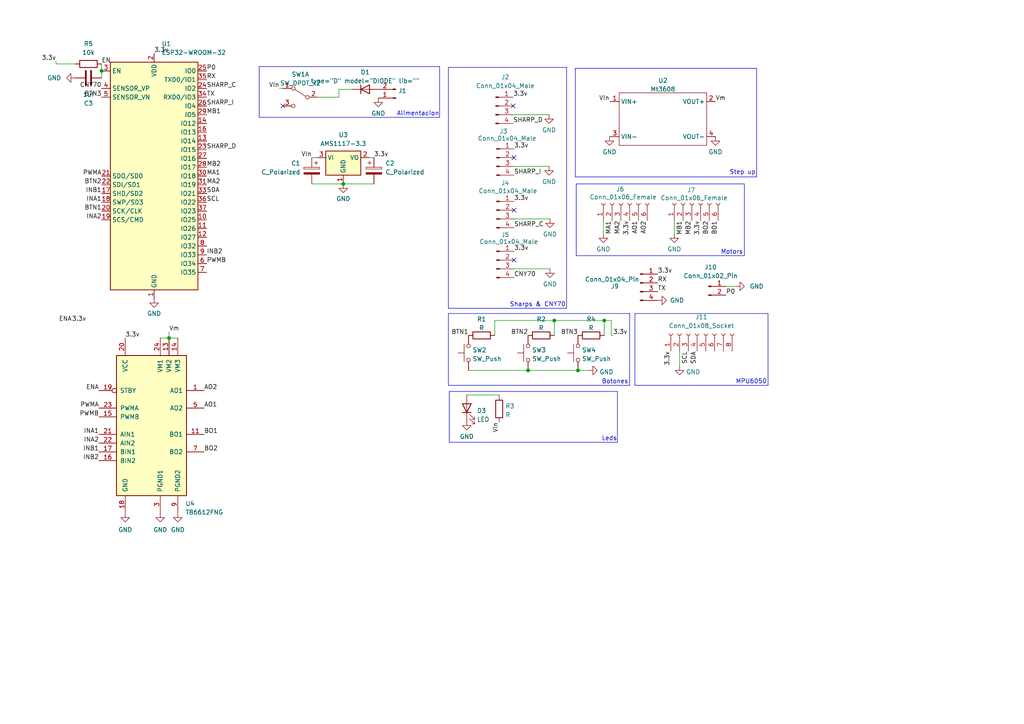
<source format=kicad_sch>
(kicad_sch (version 20230121) (generator eeschema)
  (paper "A4")
  (lib_symbols
    (symbol "Connector:Conn_01x02_Male" (pin_names (offset 1.016) hide)
      (property "Reference" "J" (at 0 2.54 0))
      (property "Value" "Conn_01x02_Male" (at 0 -5.08 0))
      (symbol "Conn_01x02_Male_1_1"
        (polyline (pts (xy 1.27 -2.54) (xy 0.8636 -2.54)) (stroke (width 0.1524)))
        (polyline (pts (xy 1.27 0) (xy 0.8636 0)) (stroke (width 0.1524)))
        (rectangle (start 0.8636 -2.413) (end 0 -2.667) (stroke (width 0.1524)) (fill (type outline)))
        (rectangle (start 0.8636 0.127) (end 0 -0.127) (stroke (width 0.1524)) (fill (type outline)))
        (pin passive line (at 5.08 0 180) (length 3.81) (name "Pin_1") (number "1"))
        (pin passive line (at 5.08 -2.54 180) (length 3.81) (name "Pin_2") (number "2"))
      )
    )
    (symbol "Connector:Conn_01x02_Pin" (pin_names (offset 1.016) hide)
      (property "Reference" "J" (at 0 2.54 0))
      (property "Value" "Conn_01x02_Pin" (at 0 -5.08 0))
      (symbol "Conn_01x02_Pin_1_1"
        (polyline (pts (xy 1.27 -2.54) (xy 0.8636 -2.54)) (stroke (width 0.1524)))
        (polyline (pts (xy 1.27 0) (xy 0.8636 0)) (stroke (width 0.1524)))
        (rectangle (start 0.8636 -2.413) (end 0 -2.667) (stroke (width 0.1524)) (fill (type outline)))
        (rectangle (start 0.8636 0.127) (end 0 -0.127) (stroke (width 0.1524)) (fill (type outline)))
        (pin passive line (at 5.08 0 180) (length 3.81) (name "Pin_1") (number "1"))
        (pin passive line (at 5.08 -2.54 180) (length 3.81) (name "Pin_2") (number "2"))
      )
    )
    (symbol "Connector:Conn_01x04_Male" (pin_names (offset 1.016) hide)
      (property "Reference" "J" (at 0 5.08 0))
      (property "Value" "Conn_01x04_Male" (at 0 -7.62 0))
      (symbol "Conn_01x04_Male_1_1"
        (polyline (pts (xy 1.27 -5.08) (xy 0.8636 -5.08)) (stroke (width 0.1524)))
        (polyline (pts (xy 1.27 -2.54) (xy 0.8636 -2.54)) (stroke (width 0.1524)))
        (polyline (pts (xy 1.27 0) (xy 0.8636 0)) (stroke (width 0.1524)))
        (polyline (pts (xy 1.27 2.54) (xy 0.8636 2.54)) (stroke (width 0.1524)))
        (rectangle (start 0.8636 -4.953) (end 0 -5.207) (stroke (width 0.1524)) (fill (type outline)))
        (rectangle (start 0.8636 -2.413) (end 0 -2.667) (stroke (width 0.1524)) (fill (type outline)))
        (rectangle (start 0.8636 0.127) (end 0 -0.127) (stroke (width 0.1524)) (fill (type outline)))
        (rectangle (start 0.8636 2.667) (end 0 2.413) (stroke (width 0.1524)) (fill (type outline)))
        (pin passive line (at 5.08 2.54 180) (length 3.81) (name "Pin_1") (number "1"))
        (pin passive line (at 5.08 0 180) (length 3.81) (name "Pin_2") (number "2"))
        (pin passive line (at 5.08 -2.54 180) (length 3.81) (name "Pin_3") (number "3"))
        (pin passive line (at 5.08 -5.08 180) (length 3.81) (name "Pin_4") (number "4"))
      )
    )
    (symbol "Connector:Conn_01x04_Pin" (pin_names (offset 1.016) hide)
      (property "Reference" "J" (at 0 5.08 0))
      (property "Value" "Conn_01x04_Pin" (at 0 -7.62 0))
      (symbol "Conn_01x04_Pin_1_1"
        (polyline (pts (xy 1.27 -5.08) (xy 0.8636 -5.08)) (stroke (width 0.1524)))
        (polyline (pts (xy 1.27 -2.54) (xy 0.8636 -2.54)) (stroke (width 0.1524)))
        (polyline (pts (xy 1.27 0) (xy 0.8636 0)) (stroke (width 0.1524)))
        (polyline (pts (xy 1.27 2.54) (xy 0.8636 2.54)) (stroke (width 0.1524)))
        (rectangle (start 0.8636 -4.953) (end 0 -5.207) (stroke (width 0.1524)) (fill (type outline)))
        (rectangle (start 0.8636 -2.413) (end 0 -2.667) (stroke (width 0.1524)) (fill (type outline)))
        (rectangle (start 0.8636 0.127) (end 0 -0.127) (stroke (width 0.1524)) (fill (type outline)))
        (rectangle (start 0.8636 2.667) (end 0 2.413) (stroke (width 0.1524)) (fill (type outline)))
        (pin passive line (at 5.08 2.54 180) (length 3.81) (name "Pin_1") (number "1"))
        (pin passive line (at 5.08 0 180) (length 3.81) (name "Pin_2") (number "2"))
        (pin passive line (at 5.08 -2.54 180) (length 3.81) (name "Pin_3") (number "3"))
        (pin passive line (at 5.08 -5.08 180) (length 3.81) (name "Pin_4") (number "4"))
      )
    )
    (symbol "Connector:Conn_01x06_Female" (pin_names (offset 1.016) hide)
      (property "Reference" "J" (at 0 7.62 0))
      (property "Value" "Conn_01x06_Female" (at 0 -10.16 0))
      (symbol "Conn_01x06_Female_1_1"
        (arc (start 0 -7.112) (mid -0.5058 -7.62) (end 0 -8.128) (stroke (width 0.1524)))
        (arc (start 0 -4.572) (mid -0.5058 -5.08) (end 0 -5.588) (stroke (width 0.1524)))
        (arc (start 0 -2.032) (mid -0.5058 -2.54) (end 0 -3.048) (stroke (width 0.1524)))
        (polyline (pts (xy -1.27 -7.62) (xy -0.508 -7.62)) (stroke (width 0.1524)))
        (polyline (pts (xy -1.27 -5.08) (xy -0.508 -5.08)) (stroke (width 0.1524)))
        (polyline (pts (xy -1.27 -2.54) (xy -0.508 -2.54)) (stroke (width 0.1524)))
        (polyline (pts (xy -1.27 0) (xy -0.508 0)) (stroke (width 0.1524)))
        (polyline (pts (xy -1.27 2.54) (xy -0.508 2.54)) (stroke (width 0.1524)))
        (polyline (pts (xy -1.27 5.08) (xy -0.508 5.08)) (stroke (width 0.1524)))
        (arc (start 0 0.508) (mid -0.5058 0) (end 0 -0.508) (stroke (width 0.1524)))
        (arc (start 0 3.048) (mid -0.5058 2.54) (end 0 2.032) (stroke (width 0.1524)))
        (arc (start 0 5.588) (mid -0.5058 5.08) (end 0 4.572) (stroke (width 0.1524)))
        (pin passive line (at -5.08 5.08 0) (length 3.81) (name "Pin_1") (number "1"))
        (pin passive line (at -5.08 2.54 0) (length 3.81) (name "Pin_2") (number "2"))
        (pin passive line (at -5.08 0 0) (length 3.81) (name "Pin_3") (number "3"))
        (pin passive line (at -5.08 -2.54 0) (length 3.81) (name "Pin_4") (number "4"))
        (pin passive line (at -5.08 -5.08 0) (length 3.81) (name "Pin_5") (number "5"))
        (pin passive line (at -5.08 -7.62 0) (length 3.81) (name "Pin_6") (number "6"))
      )
    )
    (symbol "Connector:Conn_01x08_Socket" (pin_names (offset 1.016) hide)
      (property "Reference" "J" (at 0 10.16 0))
      (property "Value" "Conn_01x08_Socket" (at 0 -12.7 0))
      (symbol "Conn_01x08_Socket_1_1"
        (arc (start 0 -9.652) (mid -0.5058 -10.16) (end 0 -10.668) (stroke (width 0.1524)))
        (arc (start 0 -7.112) (mid -0.5058 -7.62) (end 0 -8.128) (stroke (width 0.1524)))
        (arc (start 0 -4.572) (mid -0.5058 -5.08) (end 0 -5.588) (stroke (width 0.1524)))
        (arc (start 0 -2.032) (mid -0.5058 -2.54) (end 0 -3.048) (stroke (width 0.1524)))
        (polyline (pts (xy -1.27 -10.16) (xy -0.508 -10.16)) (stroke (width 0.1524)))
        (polyline (pts (xy -1.27 -7.62) (xy -0.508 -7.62)) (stroke (width 0.1524)))
        (polyline (pts (xy -1.27 -5.08) (xy -0.508 -5.08)) (stroke (width 0.1524)))
        (polyline (pts (xy -1.27 -2.54) (xy -0.508 -2.54)) (stroke (width 0.1524)))
        (polyline (pts (xy -1.27 0) (xy -0.508 0)) (stroke (width 0.1524)))
        (polyline (pts (xy -1.27 2.54) (xy -0.508 2.54)) (stroke (width 0.1524)))
        (polyline (pts (xy -1.27 5.08) (xy -0.508 5.08)) (stroke (width 0.1524)))
        (polyline (pts (xy -1.27 7.62) (xy -0.508 7.62)) (stroke (width 0.1524)))
        (arc (start 0 0.508) (mid -0.5058 0) (end 0 -0.508) (stroke (width 0.1524)))
        (arc (start 0 3.048) (mid -0.5058 2.54) (end 0 2.032) (stroke (width 0.1524)))
        (arc (start 0 5.588) (mid -0.5058 5.08) (end 0 4.572) (stroke (width 0.1524)))
        (arc (start 0 8.128) (mid -0.5058 7.62) (end 0 7.112) (stroke (width 0.1524)))
        (pin passive line (at -5.08 7.62 0) (length 3.81) (name "Pin_1") (number "1"))
        (pin passive line (at -5.08 5.08 0) (length 3.81) (name "Pin_2") (number "2"))
        (pin passive line (at -5.08 2.54 0) (length 3.81) (name "Pin_3") (number "3"))
        (pin passive line (at -5.08 0 0) (length 3.81) (name "Pin_4") (number "4"))
        (pin passive line (at -5.08 -2.54 0) (length 3.81) (name "Pin_5") (number "5"))
        (pin passive line (at -5.08 -5.08 0) (length 3.81) (name "Pin_6") (number "6"))
        (pin passive line (at -5.08 -7.62 0) (length 3.81) (name "Pin_7") (number "7"))
        (pin passive line (at -5.08 -10.16 0) (length 3.81) (name "Pin_8") (number "8"))
      )
    )
    (symbol "Device:C" (pin_numbers hide) (pin_names (offset 0.254))
      (property "Reference" "C" (at 0.635 2.54 0))
      (property "Value" "C" (at 0.635 -2.54 0))
      (symbol "C_0_1"
        (polyline (pts (xy -2.032 -0.762) (xy 2.032 -0.762)) (stroke (width 0.508)))
        (polyline (pts (xy -2.032 0.762) (xy 2.032 0.762)) (stroke (width 0.508)))
      )
      (symbol "C_1_1"
        (pin passive line (at 0 3.81 270) (length 2.794) (name "~") (number "1"))
        (pin passive line (at 0 -3.81 90) (length 2.794) (name "~") (number "2"))
      )
    )
    (symbol "Device:C_Polarized" (pin_numbers hide) (pin_names (offset 0.254))
      (property "Reference" "C" (at 0.635 2.54 0))
      (property "Value" "C_Polarized" (at 0.635 -2.54 0))
      (symbol "C_Polarized_0_1"
        (rectangle (start -2.286 0.508) (end 2.286 1.016))
        (polyline (pts (xy -1.778 2.286) (xy -0.762 2.286)))
        (polyline (pts (xy -1.27 2.794) (xy -1.27 1.778)))
        (rectangle (start 2.286 -0.508) (end -2.286 -1.016) (fill (type outline)))
      )
      (symbol "C_Polarized_1_1"
        (pin passive line (at 0 3.81 270) (length 2.794) (name "~") (number "1"))
        (pin passive line (at 0 -3.81 90) (length 2.794) (name "~") (number "2"))
      )
    )
    (symbol "Device:LED" (pin_numbers hide) (pin_names (offset 1.016) hide)
      (property "Reference" "D" (at 0 2.54 0))
      (property "Value" "LED" (at 0 -2.54 0))
      (symbol "LED_0_1"
        (polyline (pts (xy -1.27 -1.27) (xy -1.27 1.27)) (stroke (width 0.254)))
        (polyline (pts (xy -1.27 0) (xy 1.27 0)))
        (polyline (pts (xy 1.27 -1.27) (xy 1.27 1.27) (xy -1.27 0) (xy 1.27 -1.27)) (stroke (width 0.254)))
        (polyline (pts (xy -3.048 -0.762) (xy -4.572 -2.286) (xy -3.81 -2.286) (xy -4.572 -2.286) (xy -4.572 -1.524)))
        (polyline (pts (xy -1.778 -0.762) (xy -3.302 -2.286) (xy -2.54 -2.286) (xy -3.302 -2.286) (xy -3.302 -1.524)))
      )
      (symbol "LED_1_1"
        (pin passive line (at -3.81 0 0) (length 2.54) (name "K") (number "1"))
        (pin passive line (at 3.81 0 180) (length 2.54) (name "A") (number "2"))
      )
    )
    (symbol "Device:R" (pin_numbers hide) (pin_names (offset 0))
      (property "Reference" "R" (at 2.032 0 90))
      (property "Value" "R" (at 0 0 90))
      (symbol "R_0_1"
        (rectangle (start -1.016 -2.54) (end 1.016 2.54) (stroke (width 0.254)))
      )
      (symbol "R_1_1"
        (pin passive line (at 0 3.81 270) (length 1.27) (name "~") (number "1"))
        (pin passive line (at 0 -3.81 90) (length 1.27) (name "~") (number "2"))
      )
    )
    (symbol "Driver_Motor:TB6612FNG" (pin_names (offset 1.016))
      (property "Reference" "U" (at 11.43 17.78 0))
      (property "Value" "TB6612FNG" (at 11.43 15.24 0))
      (symbol "TB6612FNG_0_1"
        (rectangle (start -10.16 20.32) (end 10.16 -20.32) (stroke (width 0.254)) (fill (type background)))
      )
      (symbol "TB6612FNG_1_1"
        (pin output line (at 15.24 10.16 180) (length 5.08) (name "AO1") (number "1"))
        (pin passive line (at 7.62 -25.4 90) (length 5.08) hide (name "PGND2") (number "10"))
        (pin output line (at 15.24 -2.54 180) (length 5.08) (name "BO1") (number "11"))
        (pin passive line (at 15.24 -2.54 180) (length 5.08) hide (name "BO1") (number "12"))
        (pin power_in line (at 5.08 25.4 270) (length 5.08) (name "VM2") (number "13"))
        (pin power_in line (at 7.62 25.4 270) (length 5.08) (name "VM3") (number "14"))
        (pin input line (at -15.24 2.54 0) (length 5.08) (name "PWMB") (number "15"))
        (pin input line (at -15.24 -10.16 0) (length 5.08) (name "BIN2") (number "16"))
        (pin input line (at -15.24 -7.62 0) (length 5.08) (name "BIN1") (number "17"))
        (pin power_in line (at -7.62 -25.4 90) (length 5.08) (name "GND") (number "18"))
        (pin input inverted (at -15.24 10.16 0) (length 5.08) (name "STBY") (number "19"))
        (pin passive line (at 15.24 10.16 180) (length 5.08) hide (name "AO1") (number "2"))
        (pin power_in line (at -7.62 25.4 270) (length 5.08) (name "VCC") (number "20"))
        (pin input line (at -15.24 -2.54 0) (length 5.08) (name "AIN1") (number "21"))
        (pin input line (at -15.24 -5.08 0) (length 5.08) (name "AIN2") (number "22"))
        (pin input line (at -15.24 5.08 0) (length 5.08) (name "PWMA") (number "23"))
        (pin power_in line (at 2.54 25.4 270) (length 5.08) (name "VM1") (number "24"))
        (pin power_in line (at 2.54 -25.4 90) (length 5.08) (name "PGND1") (number "3"))
        (pin passive line (at 2.54 -25.4 90) (length 5.08) hide (name "PGND1") (number "4"))
        (pin output line (at 15.24 5.08 180) (length 5.08) (name "AO2") (number "5"))
        (pin passive line (at 15.24 5.08 180) (length 5.08) hide (name "AO2") (number "6"))
        (pin output line (at 15.24 -7.62 180) (length 5.08) (name "BO2") (number "7"))
        (pin passive line (at 15.24 -7.62 180) (length 5.08) hide (name "BO2") (number "8"))
        (pin power_in line (at 7.62 -25.4 90) (length 5.08) (name "PGND2") (number "9"))
      )
    )
    (symbol "GND_1" (power) (pin_names (offset 0))
      (property "Value" "GND_1" (at 0 -3.81 0))
      (symbol "GND_1_0_1"
        (polyline (pts (xy 0 0) (xy 0 -1.27) (xy 1.27 -1.27) (xy 0 -2.54) (xy -1.27 -1.27) (xy 0 -1.27)))
      )
      (symbol "GND_1_1_1"
        (pin power_in line (at 0 0 270) (length 0) hide (name "GND") (number "1"))
      )
    )
    (symbol "RF_Module:ESP32-WROOM-32"
      (property "Reference" "U" (at -12.7 34.29 0))
      (property "Value" "ESP32-WROOM-32" (at 1.27 34.29 0))
      (symbol "ESP32-WROOM-32_0_1"
        (rectangle (start -12.7 33.02) (end 12.7 -33.02) (stroke (width 0.254)) (fill (type background)))
      )
      (symbol "ESP32-WROOM-32_1_1"
        (pin power_in line (at 0 -35.56 90) (length 2.54) (name "GND") (number "1"))
        (pin bidirectional line (at 15.24 -12.7 180) (length 2.54) (name "IO25") (number "10"))
        (pin bidirectional line (at 15.24 -15.24 180) (length 2.54) (name "IO26") (number "11"))
        (pin bidirectional line (at 15.24 -17.78 180) (length 2.54) (name "IO27") (number "12"))
        (pin bidirectional line (at 15.24 10.16 180) (length 2.54) (name "IO14") (number "13"))
        (pin bidirectional line (at 15.24 15.24 180) (length 2.54) (name "IO12") (number "14"))
        (pin passive line (at 0 -35.56 90) (length 2.54) hide (name "GND") (number "15"))
        (pin bidirectional line (at 15.24 12.7 180) (length 2.54) (name "IO13") (number "16"))
        (pin bidirectional line (at -15.24 -5.08 0) (length 2.54) (name "SHD/SD2") (number "17"))
        (pin bidirectional line (at -15.24 -7.62 0) (length 2.54) (name "SWP/SD3") (number "18"))
        (pin bidirectional line (at -15.24 -12.7 0) (length 2.54) (name "SCS/CMD") (number "19"))
        (pin power_in line (at 0 35.56 270) (length 2.54) (name "VDD") (number "2"))
        (pin bidirectional line (at -15.24 -10.16 0) (length 2.54) (name "SCK/CLK") (number "20"))
        (pin bidirectional line (at -15.24 0 0) (length 2.54) (name "SDO/SD0") (number "21"))
        (pin bidirectional line (at -15.24 -2.54 0) (length 2.54) (name "SDI/SD1") (number "22"))
        (pin bidirectional line (at 15.24 7.62 180) (length 2.54) (name "IO15") (number "23"))
        (pin bidirectional line (at 15.24 25.4 180) (length 2.54) (name "IO2") (number "24"))
        (pin bidirectional line (at 15.24 30.48 180) (length 2.54) (name "IO0") (number "25"))
        (pin bidirectional line (at 15.24 20.32 180) (length 2.54) (name "IO4") (number "26"))
        (pin bidirectional line (at 15.24 5.08 180) (length 2.54) (name "IO16") (number "27"))
        (pin bidirectional line (at 15.24 2.54 180) (length 2.54) (name "IO17") (number "28"))
        (pin bidirectional line (at 15.24 17.78 180) (length 2.54) (name "IO5") (number "29"))
        (pin input line (at -15.24 30.48 0) (length 2.54) (name "EN") (number "3"))
        (pin bidirectional line (at 15.24 0 180) (length 2.54) (name "IO18") (number "30"))
        (pin bidirectional line (at 15.24 -2.54 180) (length 2.54) (name "IO19") (number "31"))
        (pin no_connect line (at -12.7 -27.94 0) (length 2.54) hide (name "NC") (number "32"))
        (pin bidirectional line (at 15.24 -5.08 180) (length 2.54) (name "IO21") (number "33"))
        (pin bidirectional line (at 15.24 22.86 180) (length 2.54) (name "RXD0/IO3") (number "34"))
        (pin bidirectional line (at 15.24 27.94 180) (length 2.54) (name "TXD0/IO1") (number "35"))
        (pin bidirectional line (at 15.24 -7.62 180) (length 2.54) (name "IO22") (number "36"))
        (pin bidirectional line (at 15.24 -10.16 180) (length 2.54) (name "IO23") (number "37"))
        (pin passive line (at 0 -35.56 90) (length 2.54) hide (name "GND") (number "38"))
        (pin passive line (at 0 -35.56 90) (length 2.54) hide (name "GND") (number "39"))
        (pin input line (at -15.24 25.4 0) (length 2.54) (name "SENSOR_VP") (number "4"))
        (pin input line (at -15.24 22.86 0) (length 2.54) (name "SENSOR_VN") (number "5"))
        (pin input line (at 15.24 -25.4 180) (length 2.54) (name "IO34") (number "6"))
        (pin input line (at 15.24 -27.94 180) (length 2.54) (name "IO35") (number "7"))
        (pin bidirectional line (at 15.24 -20.32 180) (length 2.54) (name "IO32") (number "8"))
        (pin bidirectional line (at 15.24 -22.86 180) (length 2.54) (name "IO33") (number "9"))
      )
    )
    (symbol "Regulator_Linear:AMS1117-3.3"
      (property "Reference" "U" (at -3.81 3.175 0))
      (property "Value" "AMS1117-3.3" (at 0 3.175 0))
      (symbol "AMS1117-3.3_0_1"
        (rectangle (start -5.08 -5.08) (end 5.08 1.905) (stroke (width 0.254)) (fill (type background)))
      )
      (symbol "AMS1117-3.3_1_1"
        (pin power_in line (at 0 -7.62 90) (length 2.54) (name "GND") (number "1"))
        (pin power_out line (at 7.62 0 180) (length 2.54) (name "VO") (number "2"))
        (pin power_in line (at -7.62 0 0) (length 2.54) (name "VI") (number "3"))
      )
    )
    (symbol "Simulation_SPICE:DIODE" (pin_numbers hide) (pin_names (offset 1.016) hide)
      (property "Reference" "D" (at 0 2.54 0))
      (property "Value" "DIODE" (at 0 -2.54 0))
      (symbol "DIODE_0_1"
        (polyline (pts (xy 1.27 0) (xy -1.27 0)))
        (polyline (pts (xy 1.27 1.27) (xy 1.27 -1.27)) (stroke (width 0.254)))
        (polyline (pts (xy -1.27 -1.27) (xy -1.27 1.27) (xy 1.27 0) (xy -1.27 -1.27)) (stroke (width 0.254)))
      )
      (symbol "DIODE_1_1"
        (pin passive line (at -3.81 0 0) (length 2.54) (name "A") (number "1"))
        (pin passive line (at 3.81 0 180) (length 2.54) (name "K") (number "2"))
      )
    )
    (symbol "Switch:SW_DPDT_x2" (pin_names (offset 0) hide)
      (property "Reference" "SW" (at 0 4.318 0))
      (property "Value" "SW_DPDT_x2" (at 0 -5.08 0))
      (symbol "SW_DPDT_x2_0_0"
        (circle (center -2.032 0) (radius 0.508))
        (circle (center 2.032 -2.54) (radius 0.508))
      )
      (symbol "SW_DPDT_x2_0_1"
        (polyline (pts (xy -1.524 0.254) (xy 1.651 2.286)))
        (circle (center 2.032 2.54) (radius 0.508))
      )
      (symbol "SW_DPDT_x2_1_1"
        (pin passive line (at 5.08 2.54 180) (length 2.54) (name "A") (number "1"))
        (pin passive line (at -5.08 0 0) (length 2.54) (name "B") (number "2"))
        (pin passive line (at 5.08 -2.54 180) (length 2.54) (name "C") (number "3"))
      )
      (symbol "SW_DPDT_x2_2_1"
        (pin passive line (at 5.08 2.54 180) (length 2.54) (name "A") (number "4"))
        (pin passive line (at -5.08 0 0) (length 2.54) (name "B") (number "5"))
        (pin passive line (at 5.08 -2.54 180) (length 2.54) (name "C") (number "6"))
      )
    )
    (symbol "Switch:SW_Push" (pin_numbers hide) (pin_names (offset 1.016) hide)
      (property "Reference" "SW" (at 1.27 2.54 0))
      (property "Value" "SW_Push" (at 0 -1.524 0))
      (symbol "SW_Push_0_1"
        (circle (center -2.032 0) (radius 0.508))
        (polyline (pts (xy 0 1.27) (xy 0 3.048)))
        (polyline (pts (xy 2.54 1.27) (xy -2.54 1.27)))
        (circle (center 2.032 0) (radius 0.508))
        (pin passive line (at -5.08 0 0) (length 2.54) (name "1") (number "1"))
        (pin passive line (at 5.08 0 180) (length 2.54) (name "2") (number "2"))
      )
    )
    (symbol "power:GND" (power) (pin_names (offset 0))
      (property "Value" "GND" (at 0 -3.81 0))
      (symbol "GND_0_1"
        (polyline (pts (xy 0 0) (xy 0 -1.27) (xy 1.27 -1.27) (xy 0 -2.54) (xy -1.27 -1.27) (xy 0 -1.27)))
      )
      (symbol "GND_1_1"
        (pin power_in line (at 0 0 270) (length 0) hide (name "GND") (number "1"))
      )
    )
    (symbol "propios:Mt3608"
      (property "Reference" "U" (at 0 0 0))
      (property "Value" "Mt3608" (at 0 0 0))
      (symbol "Mt3608_0_1"
        (rectangle (start -12.7 -2.54) (end 12.7 -17.78))
      )
      (symbol "Mt3608_1_1"
        (pin input line (at -15.24 -5.08 0) (length 2.54) (name "VIN+") (number "1"))
        (pin input line (at 15.24 -5.08 180) (length 2.54) (name "VOUT+") (number "2"))
        (pin input line (at -15.24 -15.24 0) (length 2.54) (name "VIN-") (number "3"))
        (pin input line (at 15.24 -15.24 180) (length 2.54) (name "VOUT-") (number "4"))
      )
    )
  )
  (junction (at 167.64 107.442))
  (junction (at 29.464 20.574))
  (junction (at 153.162 107.442))
  (junction (at 49.022 98.044))
  (junction (at 175.26 92.964))
  (junction (at 99.568 53.34))
  (junction (at 160.782 92.964))
  (no_connect (at 148.844 30.734))
  (no_connect (at 149.098 45.72))
  (no_connect (at 149.098 75.438))
  (no_connect (at 82.042 30.734))
  (no_connect (at 149.098 60.96))
  (wire (pts (xy 135.382 114.554) (xy 144.78 114.554)))
  (wire (pts (xy 135.89 107.442) (xy 153.162 107.442)))
  (wire (pts (xy 159.512 77.978) (xy 149.098 77.978)))
  (wire (pts (xy 159.258 48.26) (xy 149.098 48.26)))
  (wire (pts (xy 144.78 114.554) (xy 144.78 114.808)))
  (wire (pts (xy 81.026 25.654) (xy 82.042 25.654)))
  (wire (pts (xy 49.022 96.266) (xy 49.022 98.044)))
  (polyline (pts (xy 127.508 19.304) (xy 75.184 19.304)))
  (polyline (pts (xy 219.456 51.308) (xy 166.878 51.308)))
  (polyline (pts (xy 167.132 53.34) (xy 215.9 53.34)))
  (polyline (pts (xy 184.15 111.76) (xy 184.15 90.932)))
  (wire (pts (xy 177.8 97.282) (xy 177.292 97.282)))
  (polyline (pts (xy 130.302 128.27) (xy 130.302 113.538)))
  (polyline (pts (xy 179.07 128.27) (xy 130.302 128.27)))
  (polyline (pts (xy 166.878 19.812) (xy 166.878 51.308)))
  (wire (pts (xy 21.844 18.542) (xy 16.256 18.542)))
  (polyline (pts (xy 130.048 111.76) (xy 130.048 90.932)))
  (polyline (pts (xy 75.184 34.036) (xy 127.508 34.036)))
  (wire (pts (xy 49.022 98.044) (xy 51.562 98.044)))
  (polyline (pts (xy 222.758 90.932) (xy 222.758 111.76)))
  (polyline (pts (xy 127.508 34.036) (xy 127.508 19.304)))
  (wire (pts (xy 175.26 92.964) (xy 177.292 92.964)))
  (wire (pts (xy 99.568 53.34) (xy 108.458 53.34)))
  (wire (pts (xy 16.256 18.542) (xy 16.256 17.78)))
  (wire (pts (xy 90.424 53.34) (xy 99.568 53.34)))
  (polyline (pts (xy 130.302 113.538) (xy 179.07 113.538)))
  (wire (pts (xy 160.782 97.282) (xy 160.782 92.964)))
  (wire (pts (xy 160.782 92.964) (xy 175.26 92.964)))
  (polyline (pts (xy 219.456 19.812) (xy 219.456 51.308)))
  (wire (pts (xy 98.298 28.194) (xy 92.202 28.194)))
  (polyline (pts (xy 130.048 89.408) (xy 164.338 89.408)))
  (wire (pts (xy 153.162 107.442) (xy 167.64 107.442)))
  (wire (pts (xy 167.64 107.442) (xy 170.688 107.442)))
  (wire (pts (xy 175.26 97.282) (xy 175.26 92.964)))
  (polyline (pts (xy 182.626 90.932) (xy 182.626 111.76)))
  (wire (pts (xy 159.512 63.5) (xy 149.098 63.5)))
  (polyline (pts (xy 75.184 19.304) (xy 75.184 34.036)))
  (wire (pts (xy 176.784 39.624) (xy 177.038 39.624)))
  (polyline (pts (xy 215.9 74.168) (xy 167.132 74.168)))
  (wire (pts (xy 177.292 92.964) (xy 177.292 97.282)))
  (wire (pts (xy 29.464 20.574) (xy 29.464 22.606)))
  (wire (pts (xy 175.006 67.818) (xy 175.006 64.008)))
  (polyline (pts (xy 166.878 19.812) (xy 219.456 19.812)))
  (wire (pts (xy 143.51 92.964) (xy 160.782 92.964)))
  (polyline (pts (xy 179.07 113.538) (xy 179.07 128.27)))
  (polyline (pts (xy 164.338 19.558) (xy 130.048 19.558)))
  (wire (pts (xy 197.104 106.172) (xy 197.104 101.854)))
  (polyline (pts (xy 130.048 90.932) (xy 182.626 90.932)))
  (wire (pts (xy 195.58 67.818) (xy 195.58 64.008)))
  (polyline (pts (xy 164.338 89.408) (xy 164.338 19.558)))
  (polyline (pts (xy 184.15 90.932) (xy 222.758 90.932)))
  (wire (pts (xy 90.424 45.72) (xy 91.948 45.72)))
  (wire (pts (xy 108.458 45.72) (xy 107.188 45.72)))
  (wire (pts (xy 102.108 25.908) (xy 98.298 25.908)))
  (wire (pts (xy 98.298 25.908) (xy 98.298 28.194)))
  (polyline (pts (xy 215.9 53.34) (xy 215.9 74.168)))
  (wire (pts (xy 213.36 83.058) (xy 210.566 83.058)))
  (polyline (pts (xy 182.626 111.76) (xy 130.048 111.76)))
  (wire (pts (xy 143.51 97.282) (xy 143.51 92.964)))
  (wire (pts (xy 46.482 98.044) (xy 49.022 98.044)))
  (wire (pts (xy 159.258 33.274) (xy 148.844 33.274)))
  (polyline (pts (xy 184.15 111.76) (xy 222.758 111.76)))
  (polyline (pts (xy 130.048 19.558) (xy 130.048 89.408)))
  (wire (pts (xy 29.464 18.542) (xy 29.464 20.574)))
  (polyline (pts (xy 167.132 53.34) (xy 167.132 74.168)))
  (polyline (pts (xy 75.184 19.304) (xy 75.184 19.304)))
  (wire (pts (xy 176.784 29.464) (xy 177.038 29.464)))
  (text "Motors\n" (at 209.042 73.914 0) (effects (font (size 1.27 1.27)) (justify left bottom)))
  (text "Sharps & CNY70" (at 147.828 89.154 0) (effects (font (size 1.27 1.27)) (justify left bottom)))
  (text "Leds" (at 174.498 128.016 0) (effects (font (size 1.27 1.27)) (justify left bottom)))
  (text "Step up\n" (at 211.582 50.8 0) (effects (font (size 1.27 1.27)) (justify left bottom)))
  (text "Botones\n" (at 174.498 111.506 0) (effects (font (size 1.27 1.27)) (justify left bottom)))
  (text "MPU6050\n" (at 213.36 111.506 0) (effects (font (size 1.27 1.27)) (justify left bottom)))
  (text "Alimentacion\n" (at 115.062 33.782 0) (effects (font (size 1.27 1.27)) (justify left bottom)))
  (label "BTN1" (at 29.464 61.214 180))
  (label "BO1" (at 59.182 125.984 0))
  (label "SCL" (at 59.944 58.674 0))
  (label "SDA" (at 59.944 56.134 0))
  (label "RX" (at 190.754 82.042 0))
  (label "3.3v" (at 190.754 79.502 0))
  (label "3.3v" (at 16.256 17.78 180))
  (label "P0" (at 210.566 85.598 0))
  (label "INB2" (at 59.944 73.914 0))
  (label "Vm" (at 207.518 29.464 0))
  (label "EN" (at 29.464 18.542 0))
  (label "BTN2" (at 29.464 53.594 180))
  (label "3.3v" (at 182.626 64.008 270))
  (label "CNY70" (at 29.464 25.654 180))
  (label "BTN1" (at 135.89 97.282 180))
  (label "MA2" (at 180.086 64.008 270))
  (label "BTN3" (at 167.64 97.282 180))
  (label "P0" (at 59.944 20.574 0))
  (label "AO2" (at 187.706 64.008 270))
  (label "TX" (at 190.754 84.582 0))
  (label "PWMB" (at 28.702 120.904 180))
  (label "SHARP_I" (at 59.944 30.734 0))
  (label "MA1" (at 177.546 64.008 270))
  (label "3.3v" (at 36.322 98.044 0))
  (label "INB1" (at 29.464 56.134 180))
  (label "VIn" (at 81.026 25.654 180))
  (label "SHARP_C" (at 149.098 66.04 0))
  (label "INA2" (at 29.464 63.754 180))
  (label "3.3v" (at 177.8 97.282 0))
  (label "MA2" (at 59.944 53.594 0))
  (label "BTN3" (at 29.464 28.194 180))
  (label "AO1" (at 59.182 118.364 0))
  (label "3.3v" (at 194.564 101.854 270))
  (label "3.3v" (at 149.098 43.18 0))
  (label "ENA" (at 20.828 93.472 180))
  (label "VIn" (at 176.784 29.464 180))
  (label "INB2" (at 28.702 133.604 180))
  (label "SDA" (at 202.184 101.854 270))
  (label "SHARP_C" (at 59.944 25.654 0))
  (label "3.3v" (at 148.844 28.194 0))
  (label "3.3v" (at 108.458 45.72 0))
  (label "PWMA" (at 29.464 51.054 180))
  (label "VIn" (at 90.424 45.72 180))
  (label "SHARP_D" (at 59.944 43.434 0))
  (label "INA1" (at 29.464 58.674 180))
  (label "RX" (at 59.944 23.114 0))
  (label "MB1" (at 59.944 33.274 0))
  (label "MB1" (at 198.12 64.008 270))
  (label "3.3v" (at 203.2 64.008 270))
  (label "BO2" (at 59.182 131.064 0))
  (label "SHARP_I" (at 149.098 50.8 0))
  (label "INB1" (at 28.702 131.064 180))
  (label "MB2" (at 59.944 48.514 0))
  (label "PWMB" (at 59.944 76.454 0))
  (label "3.3v" (at 149.098 72.898 0))
  (label "3.3v" (at 20.828 93.472 0))
  (label "BO1" (at 208.28 64.008 270))
  (label "SHARP_D" (at 148.844 35.814 0))
  (label "VIn" (at 144.78 122.428 270))
  (label "AO2" (at 59.182 113.284 0))
  (label "BTN2" (at 153.162 97.282 180))
  (label "MB2" (at 200.66 64.008 270))
  (label "BO2" (at 205.74 64.008 270))
  (label "TX" (at 59.944 28.194 0))
  (label "PWMA" (at 28.702 118.364 180))
  (label "AO1" (at 185.166 64.008 270))
  (label "3.3v" (at 44.704 15.494 0))
  (label "3.3v" (at 149.098 58.42 0))
  (label "ENA" (at 28.702 113.284 180))
  (label "SCL" (at 199.644 101.854 270))
  (label "INA1" (at 28.702 125.984 180))
  (label "CNY70" (at 149.098 80.518 0))
  (label "Vm" (at 49.022 96.266 0))
  (label "MA1" (at 59.944 51.054 0))
  (label "INA2" (at 28.702 128.524 180))
  (symbol (lib_id "Connector:Conn_01x04_Pin") (at 185.674 82.042 0) (unit 1)
    (property "Reference" "J9" (at 178.308 83.058 0))
    (property "Value" "Conn_01x04_Pin" (at 177.546 81.026 0))
    (property "Footprint" "Connector_PinHeader_2.54mm:PinHeader_1x04_P2.54mm_Vertical" (effects hide))
  )
  (symbol (lib_id "power:GND") (at 213.36 83.058 90) (unit 1)
    (property "Reference" "#PWR019" (effects hide))
    (property "Value" "GND" (at 217.424 83.058 90) (effects (justify right)))
  )
  (symbol (lib_id "Connector:Conn_01x04_Male") (at 144.018 75.438 0) (unit 1)
    (property "Reference" "J5" (at 146.558 68.072 0))
    (property "Value" "Conn_01x04_Male" (at 147.574 70.104 0))
    (property "Footprint" "Connector_PinHeader_2.54mm:PinHeader_1x04_P2.54mm_Vertical" (effects hide))
  )
  (symbol (lib_id "power:GND") (at 207.518 39.624 0) (unit 1)
    (property "Reference" "#PWR08" (effects hide))
    (property "Value" "GND" (at 207.518 44.0674 0))
  )
  (symbol (lib_id "power:GND") (at 197.104 106.172 0) (unit 1)
    (property "Reference" "#PWR012" (effects hide))
    (property "Value" "GND" (at 199.009 107.8758 0) (effects (justify left)))
  )
  (symbol (lib_name "GND_1") (lib_id "power:GND") (at 21.844 22.606 270) (unit 1)
    (property "Reference" "#PWR022" (effects hide))
    (property "Value" "GND" (at 17.78 22.606 90) (effects (justify right)))
  )
  (symbol (lib_id "power:GND") (at 109.728 28.448 0) (unit 1)
    (property "Reference" "#PWR01" (effects hide))
    (property "Value" "GND" (at 109.728 32.8914 0))
  )
  (symbol (lib_id "Connector:Conn_01x02_Male") (at 114.808 28.448 180) (unit 1)
    (property "Reference" "J1" (at 115.5192 26.3433 0) (effects (justify right)))
    (property "Value" "Conn_01x02_Male" (effects hide))
    (property "Footprint" "Connector_PinHeader_2.54mm:PinHeader_1x02_P2.54mm_Vertical" (effects hide))
  )
  (symbol (lib_id "power:GND") (at 190.754 87.122 90) (unit 1)
    (property "Reference" "#PWR017" (effects hide))
    (property "Value" "GND" (at 194.31 87.122 90) (effects (justify right)))
  )
  (symbol (lib_id "power:GND") (at 175.006 67.818 0) (unit 1)
    (property "Reference" "#PWR09" (effects hide))
    (property "Value" "GND" (at 175.006 72.2614 0))
  )
  (symbol (lib_name "GND_1") (lib_id "power:GND") (at 99.568 53.34 0) (unit 1)
    (property "Reference" "#PWR02" (effects hide))
    (property "Value" "GND" (at 99.568 57.658 0))
  )
  (symbol (lib_id "Regulator_Linear:AMS1117-3.3") (at 99.568 45.72 0) (unit 1)
    (property "Reference" "U3" (at 99.568 39.116 0))
    (property "Value" "AMS1117-3.3" (at 99.568 41.656 0))
    (property "Footprint" "Package_TO_SOT_SMD:SOT-223-3_TabPin2" (effects hide))
    (property "Datasheet" "http://www.advanced-monolithic.com/pdf/ds1117.pdf" (effects hide))
  )
  (symbol (lib_id "power:GND") (at 51.562 148.844 0) (unit 1)
    (property "Reference" "#PWR021" (effects hide))
    (property "Value" "GND" (at 51.562 153.67 0))
  )
  (symbol (lib_id "Device:R") (at 144.78 118.618 0) (unit 1)
    (property "Reference" "R3" (at 146.558 117.7833 0) (effects (justify left)))
    (property "Value" "R" (at 146.558 120.3202 0) (effects (justify left)))
    (property "Footprint" "Resistor_SMD:R_1210_3225Metric" (effects hide))
  )
  (symbol (lib_name "GND_1") (lib_id "power:GND") (at 44.704 86.614 0) (unit 1)
    (property "Reference" "#PWR015" (effects hide))
    (property "Value" "GND" (at 44.704 90.932 0))
  )
  (symbol (lib_id "Connector:Conn_01x04_Male") (at 144.018 60.96 0) (unit 1)
    (property "Reference" "J4" (at 146.558 53.086 0))
    (property "Value" "Conn_01x04_Male" (at 147.32 55.372 0))
    (property "Footprint" "Connector_PinHeader_2.54mm:PinHeader_1x04_P2.54mm_Vertical" (effects hide))
  )
  (symbol (lib_id "power:GND") (at 135.382 122.174 0) (unit 1)
    (property "Reference" "#PWR014" (effects hide))
    (property "Value" "GND" (at 135.382 126.6174 0))
  )
  (symbol (lib_id "power:GND") (at 159.258 48.26 0) (unit 1)
    (property "Reference" "#PWR04" (effects hide))
    (property "Value" "GND" (at 159.258 52.7034 0))
  )
  (symbol (lib_id "power:GND") (at 176.784 39.624 0) (unit 1)
    (property "Reference" "#PWR07" (effects hide))
    (property "Value" "GND" (at 176.784 44.0674 0))
  )
  (symbol (lib_id "Connector:Conn_01x04_Male") (at 143.764 30.734 0) (unit 1)
    (property "Reference" "J2" (at 146.558 22.352 0))
    (property "Value" "Conn_01x04_Male" (at 146.558 24.892 0))
    (property "Footprint" "Connector_PinHeader_2.54mm:PinHeader_1x04_P2.54mm_Vertical" (effects hide))
  )
  (symbol (lib_id "Device:C_Polarized") (at 108.458 49.53 0) (unit 1)
    (property "Reference" "C2" (at 111.76 47.371 0) (effects (justify left)))
    (property "Value" "C_Polarized" (at 111.76 49.911 0) (effects (justify left)))
    (property "Footprint" "Capacitor_SMD:C_1210_3225Metric_Pad1.33x2.70mm_HandSolder" (effects hide))
  )
  (symbol (lib_id "power:GND") (at 46.482 148.844 0) (unit 1)
    (property "Reference" "#PWR020" (effects hide))
    (property "Value" "GND" (at 46.482 153.67 0))
  )
  (symbol (lib_id "Device:C_Polarized") (at 90.424 49.53 0) (mirror y) (unit 1)
    (property "Reference" "C1" (at 87.122 47.371 0) (effects (justify left)))
    (property "Value" "C_Polarized" (at 87.122 49.911 0) (effects (justify left)))
    (property "Footprint" "Capacitor_SMD:C_1210_3225Metric_Pad1.33x2.70mm_HandSolder" (effects hide))
  )
  (symbol (lib_id "power:GND") (at 159.512 63.5 0) (unit 1)
    (property "Reference" "#PWR05" (effects hide))
    (property "Value" "GND" (at 159.512 67.9434 0))
  )
  (symbol (lib_id "Device:R") (at 171.45 97.282 90) (unit 1)
    (property "Reference" "R4" (at 171.45 92.5662 90))
    (property "Value" "R" (at 171.45 95.1031 90))
    (property "Footprint" "Resistor_SMD:R_1210_3225Metric" (effects hide))
  )
  (symbol (lib_id "Switch:SW_Push") (at 153.162 102.362 90) (unit 1)
    (property "Reference" "SW3" (at 154.305 101.5273 90) (effects (justify right)))
    (property "Value" "SW_Push" (at 154.305 104.0642 90) (effects (justify right)))
    (property "Footprint" "Button_Switch_SMD:SW_Push_SPST_NO_Alps_SKRK" (effects hide))
  )
  (symbol (lib_id "Connector:Conn_01x02_Pin") (at 205.486 83.058 0) (unit 1)
    (property "Reference" "J10" (at 206.121 77.47 0))
    (property "Value" "Conn_01x02_Pin" (at 206.121 80.01 0))
    (property "Footprint" "Connector_PinHeader_2.54mm:PinHeader_1x02_P2.54mm_Vertical" (effects hide))
  )
  (symbol (lib_id "Connector:Conn_01x06_Female") (at 200.66 58.928 90) (unit 1)
    (property "Reference" "J7" (at 201.676 55.118 90) (effects (justify left)))
    (property "Value" "Conn_01x06_Female" (at 211.074 57.404 90) (effects (justify left)))
    (property "Footprint" "Connector_PinHeader_2.54mm:PinHeader_1x06_P2.54mm_Vertical" (effects hide))
  )
  (symbol (lib_id "Switch:SW_DPDT_x2") (at 87.122 28.194 0) (mirror y) (unit 1)
    (property "Reference" "SW1" (at 87.122 21.5732 0))
    (property "Value" "SW_DPDT_x2" (at 87.122 24.1101 0))
    (property "Footprint" "Button_Switch_THT:SW_Slide_1P2T_CK_OS102011MS2Q" (effects hide))
  )
  (symbol (lib_id "Device:R") (at 156.972 97.282 270) (unit 1)
    (property "Reference" "R2" (at 156.972 92.5662 90))
    (property "Value" "R" (at 156.972 95.1031 90))
    (property "Footprint" "Resistor_SMD:R_1210_3225Metric" (effects hide))
  )
  (symbol (lib_id "Switch:SW_Push") (at 167.64 102.362 90) (unit 1)
    (property "Reference" "SW4" (at 168.783 101.5273 90) (effects (justify right)))
    (property "Value" "SW_Push" (at 168.783 104.0642 90) (effects (justify right)))
    (property "Footprint" "Button_Switch_SMD:SW_Push_SPST_NO_Alps_SKRK" (effects hide))
  )
  (symbol (lib_id "Device:R") (at 25.654 18.542 90) (unit 1)
    (property "Reference" "R5" (at 25.654 12.7 90))
    (property "Value" "10k" (at 25.654 15.24 90))
    (property "Footprint" "Resistor_SMD:R_1210_3225Metric" (effects hide))
  )
  (symbol (lib_id "power:GND") (at 159.512 77.978 0) (unit 1)
    (property "Reference" "#PWR06" (effects hide))
    (property "Value" "GND" (at 159.512 82.4214 0))
  )
  (symbol (lib_id "Device:C") (at 25.654 22.606 270) (unit 1)
    (property "Reference" "C3" (at 25.654 29.972 90))
    (property "Value" "1uf" (at 25.654 27.432 90))
    (property "Footprint" "Capacitor_SMD:C_1210_3225Metric_Pad1.33x2.70mm_HandSolder" (effects hide))
  )
  (symbol (lib_id "Device:R") (at 139.7 97.282 90) (unit 1)
    (property "Reference" "R1" (at 139.7 92.5662 90))
    (property "Value" "R" (at 139.7 95.1031 90))
    (property "Footprint" "Resistor_SMD:R_1210_3225Metric" (effects hide))
  )
  (symbol (lib_id "power:GND") (at 170.688 107.442 90) (unit 1)
    (property "Reference" "#PWR011" (effects hide))
    (property "Value" "GND" (at 173.863 107.8758 90) (effects (justify right)))
  )
  (symbol (lib_id "power:GND") (at 159.258 33.274 0) (unit 1)
    (property "Reference" "#PWR03" (effects hide))
    (property "Value" "GND" (at 159.258 37.7174 0))
  )
  (symbol (lib_id "Switch:SW_Push") (at 135.89 102.362 90) (unit 1)
    (property "Reference" "SW2" (at 137.033 101.5273 90) (effects (justify right)))
    (property "Value" "SW_Push" (at 137.033 104.0642 90) (effects (justify right)))
    (property "Footprint" "Button_Switch_SMD:SW_Push_SPST_NO_Alps_SKRK" (effects hide))
  )
  (symbol (lib_id "Connector:Conn_01x04_Male") (at 144.018 45.72 0) (unit 1)
    (property "Reference" "J3" (at 146.05 38.1 0))
    (property "Value" "Conn_01x04_Male" (at 147.066 40.132 0))
    (property "Footprint" "Connector_PinSocket_2.54mm:PinSocket_1x04_P2.54mm_Vertical" (effects hide))
  )
  (symbol (lib_id "Simulation_SPICE:DIODE") (at 105.918 25.908 180) (unit 1)
    (property "Reference" "D1" (at 105.918 20.9382 0))
    (property "Value" "${SIM.PARAMS}" (at 105.918 23.4751 0))
    (property "Footprint" "Diode_THT:D_A-405_P2.54mm_Vertical_AnodeUp" (effects hide))
    (property "Sim.Device" "SPICE" (effects hide))
    (property "Sim.Params" "type=\"D\" model=\"DIODE\" lib=\"\"" (effects hide))
    (property "Sim.Pins" "1=1 2=2" (effects hide))
  )
  (symbol (lib_id "propios:Mt3608") (at 192.278 24.384 0) (unit 1)
    (property "Reference" "U2" (at 192.278 23.3512 0))
    (property "Value" "Mt3608" (at 192.278 25.8881 0))
    (property "Footprint" "propios:Sx1308" (effects hide))
  )
  (symbol (lib_id "Connector:Conn_01x06_Female") (at 180.086 58.928 90) (unit 1)
    (property "Reference" "J6" (at 181.102 54.864 90) (effects (justify left)))
    (property "Value" "Conn_01x06_Female" (at 190.5 57.15 90) (effects (justify left)))
    (property "Footprint" "Connector_PinHeader_2.54mm:PinHeader_1x06_P2.54mm_Vertical" (effects hide))
  )
  (symbol (lib_id "power:GND") (at 195.58 67.818 0) (unit 1)
    (property "Reference" "#PWR010" (effects hide))
    (property "Value" "GND" (at 195.58 72.2614 0))
  )
  (symbol (lib_id "Connector:Conn_01x08_Socket") (at 202.184 96.774 90) (unit 1)
    (property "Reference" "J11" (at 203.454 91.948 90))
    (property "Value" "Conn_01x08_Socket" (at 203.454 94.488 90))
    (property "Footprint" "Connector_PinSocket_2.54mm:PinSocket_1x08_P2.54mm_Vertical" (effects hide))
  )
  (symbol (lib_id "RF_Module:ESP32-WROOM-32") (at 44.704 51.054 0) (unit 1)
    (property "Reference" "U1" (at 46.8981 12.7 0) (effects (justify left)))
    (property "Value" "ESP32-WROOM-32" (at 46.8981 15.24 0) (effects (justify left)))
    (property "Footprint" "RF_Module:ESP32-WROOM-32" (effects hide))
    (property "Datasheet" "https://www.espressif.com/sites/default/files/documentation/esp32-wroom-32_datasheet_en.pdf" (effects hide))
  )
  (symbol (lib_id "Driver_Motor:TB6612FNG") (at 43.942 123.444 0) (unit 1)
    (property "Reference" "U4" (at 53.7561 146.05 0) (effects (justify left)))
    (property "Value" "TB6612FNG" (at 53.7561 148.59 0) (effects (justify left)))
    (property "Footprint" "Package_SO:SSOP-24_5.3x8.2mm_P0.65mm" (effects hide))
    (property "Datasheet" "https://toshiba.semicon-storage.com/us/product/linear/motordriver/detail.TB6612FNG.html" (effects hide))
  )
  (symbol (lib_id "Device:LED") (at 135.382 118.364 90) (unit 1)
    (property "Reference" "D3" (at 138.303 119.1168 90) (effects (justify right)))
    (property "Value" "LED" (at 138.303 121.6537 90) (effects (justify right)))
    (property "Footprint" "LED_SMD:LED_1210_3225Metric_Pad1.42x2.65mm_HandSolder" (effects hide))
  )
  (symbol (lib_id "power:GND") (at 36.322 148.844 0) (unit 1)
    (property "Reference" "#PWR018" (effects hide))
    (property "Value" "GND" (at 36.322 153.67 0))
  )
)
</source>
